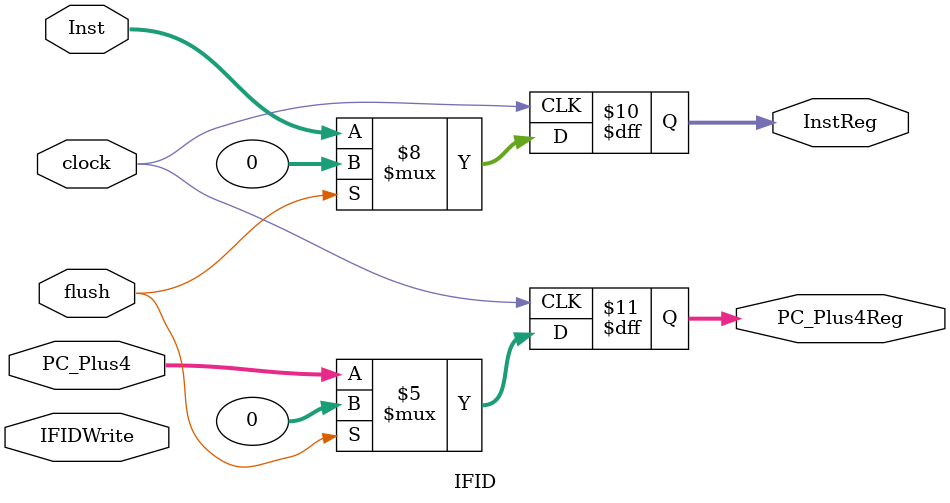
<source format=v>
module IFID(flush,clock,IFIDWrite,PC_Plus4,Inst,InstReg,PC_Plus4Reg); 
    input [31:0] PC_Plus4,Inst; 
    input clock,IFIDWrite,flush; 
    output reg [31:0] InstReg = 0, PC_Plus4Reg = 0; 
     
    always@(posedge clock) 
    begin 
        if(flush) 
        begin 
           InstReg <= 0; 
           PC_Plus4Reg <=0; 
        end 
        else
        begin 
           InstReg <= Inst; 
           PC_Plus4Reg <= PC_Plus4; 
        end 
//$display("InstReg: %x , PC_Plus4Reg: %d ",InstReg,PC_Plus4Reg);
    end 
 
endmodule 


</source>
